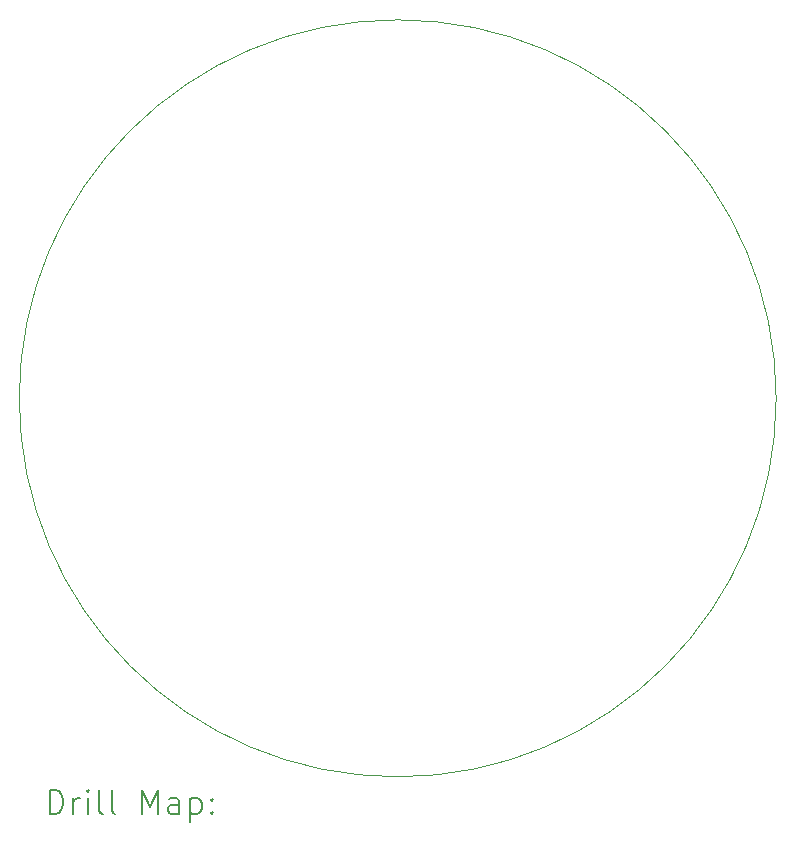
<source format=gbr>
%TF.GenerationSoftware,KiCad,Pcbnew,8.0.4*%
%TF.CreationDate,2024-08-12T17:50:15-06:00*%
%TF.ProjectId,placasLogos,706c6163-6173-44c6-9f67-6f732e6b6963,rev?*%
%TF.SameCoordinates,Original*%
%TF.FileFunction,Drillmap*%
%TF.FilePolarity,Positive*%
%FSLAX45Y45*%
G04 Gerber Fmt 4.5, Leading zero omitted, Abs format (unit mm)*
G04 Created by KiCad (PCBNEW 8.0.4) date 2024-08-12 17:50:15*
%MOMM*%
%LPD*%
G01*
G04 APERTURE LIST*
%ADD10C,0.050000*%
%ADD11C,0.200000*%
G04 APERTURE END LIST*
D10*
X17634317Y-9425683D02*
G75*
G02*
X11225683Y-9425683I-3204317J0D01*
G01*
X11225683Y-9425683D02*
G75*
G02*
X17634317Y-9425683I3204317J0D01*
G01*
D11*
X11483959Y-12943984D02*
X11483959Y-12743984D01*
X11483959Y-12743984D02*
X11531578Y-12743984D01*
X11531578Y-12743984D02*
X11560150Y-12753508D01*
X11560150Y-12753508D02*
X11579197Y-12772555D01*
X11579197Y-12772555D02*
X11588721Y-12791603D01*
X11588721Y-12791603D02*
X11598245Y-12829698D01*
X11598245Y-12829698D02*
X11598245Y-12858269D01*
X11598245Y-12858269D02*
X11588721Y-12896365D01*
X11588721Y-12896365D02*
X11579197Y-12915412D01*
X11579197Y-12915412D02*
X11560150Y-12934460D01*
X11560150Y-12934460D02*
X11531578Y-12943984D01*
X11531578Y-12943984D02*
X11483959Y-12943984D01*
X11683959Y-12943984D02*
X11683959Y-12810650D01*
X11683959Y-12848746D02*
X11693483Y-12829698D01*
X11693483Y-12829698D02*
X11703007Y-12820174D01*
X11703007Y-12820174D02*
X11722055Y-12810650D01*
X11722055Y-12810650D02*
X11741102Y-12810650D01*
X11807769Y-12943984D02*
X11807769Y-12810650D01*
X11807769Y-12743984D02*
X11798245Y-12753508D01*
X11798245Y-12753508D02*
X11807769Y-12763031D01*
X11807769Y-12763031D02*
X11817293Y-12753508D01*
X11817293Y-12753508D02*
X11807769Y-12743984D01*
X11807769Y-12743984D02*
X11807769Y-12763031D01*
X11931578Y-12943984D02*
X11912531Y-12934460D01*
X11912531Y-12934460D02*
X11903007Y-12915412D01*
X11903007Y-12915412D02*
X11903007Y-12743984D01*
X12036340Y-12943984D02*
X12017293Y-12934460D01*
X12017293Y-12934460D02*
X12007769Y-12915412D01*
X12007769Y-12915412D02*
X12007769Y-12743984D01*
X12264912Y-12943984D02*
X12264912Y-12743984D01*
X12264912Y-12743984D02*
X12331578Y-12886841D01*
X12331578Y-12886841D02*
X12398245Y-12743984D01*
X12398245Y-12743984D02*
X12398245Y-12943984D01*
X12579197Y-12943984D02*
X12579197Y-12839222D01*
X12579197Y-12839222D02*
X12569674Y-12820174D01*
X12569674Y-12820174D02*
X12550626Y-12810650D01*
X12550626Y-12810650D02*
X12512531Y-12810650D01*
X12512531Y-12810650D02*
X12493483Y-12820174D01*
X12579197Y-12934460D02*
X12560150Y-12943984D01*
X12560150Y-12943984D02*
X12512531Y-12943984D01*
X12512531Y-12943984D02*
X12493483Y-12934460D01*
X12493483Y-12934460D02*
X12483959Y-12915412D01*
X12483959Y-12915412D02*
X12483959Y-12896365D01*
X12483959Y-12896365D02*
X12493483Y-12877317D01*
X12493483Y-12877317D02*
X12512531Y-12867793D01*
X12512531Y-12867793D02*
X12560150Y-12867793D01*
X12560150Y-12867793D02*
X12579197Y-12858269D01*
X12674436Y-12810650D02*
X12674436Y-13010650D01*
X12674436Y-12820174D02*
X12693483Y-12810650D01*
X12693483Y-12810650D02*
X12731578Y-12810650D01*
X12731578Y-12810650D02*
X12750626Y-12820174D01*
X12750626Y-12820174D02*
X12760150Y-12829698D01*
X12760150Y-12829698D02*
X12769674Y-12848746D01*
X12769674Y-12848746D02*
X12769674Y-12905888D01*
X12769674Y-12905888D02*
X12760150Y-12924936D01*
X12760150Y-12924936D02*
X12750626Y-12934460D01*
X12750626Y-12934460D02*
X12731578Y-12943984D01*
X12731578Y-12943984D02*
X12693483Y-12943984D01*
X12693483Y-12943984D02*
X12674436Y-12934460D01*
X12855388Y-12924936D02*
X12864912Y-12934460D01*
X12864912Y-12934460D02*
X12855388Y-12943984D01*
X12855388Y-12943984D02*
X12845864Y-12934460D01*
X12845864Y-12934460D02*
X12855388Y-12924936D01*
X12855388Y-12924936D02*
X12855388Y-12943984D01*
X12855388Y-12820174D02*
X12864912Y-12829698D01*
X12864912Y-12829698D02*
X12855388Y-12839222D01*
X12855388Y-12839222D02*
X12845864Y-12829698D01*
X12845864Y-12829698D02*
X12855388Y-12820174D01*
X12855388Y-12820174D02*
X12855388Y-12839222D01*
M02*

</source>
